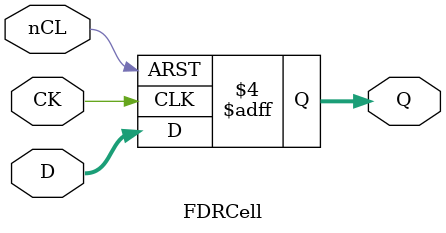
<source format=v>
`timescale 1ns/1ns

module FDRCell(
	input CK,
	input [3:0] D,
	input nCL,
	output reg [3:0] Q = 4'd0
);

	always @(posedge CK, negedge nCL)
	begin
		if (!nCL)
			Q <= #1 4'd0;
		else
			Q <= #1 D;
	end

endmodule

</source>
